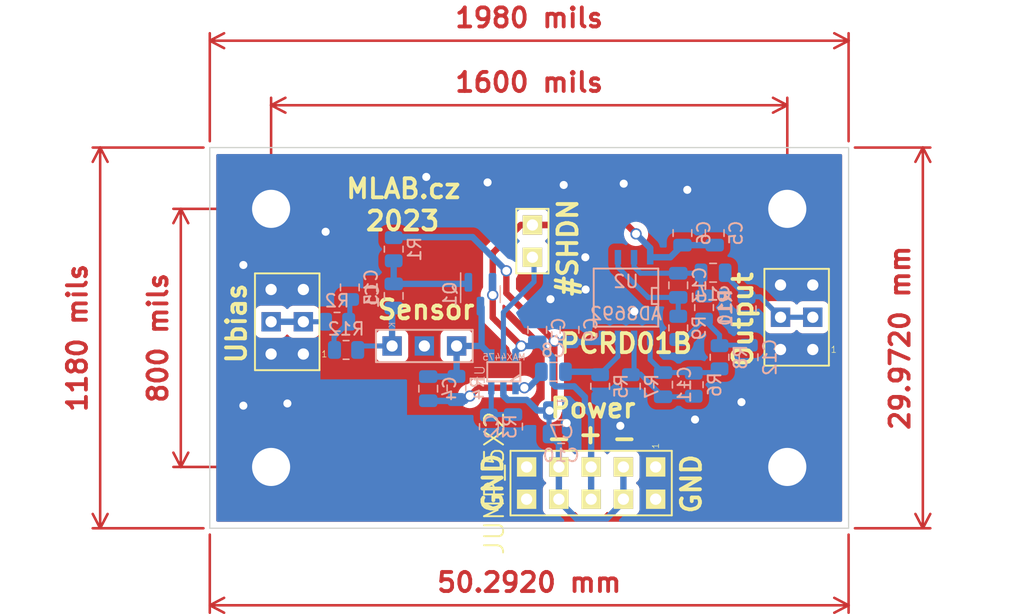
<source format=kicad_pcb>
(kicad_pcb (version 20211014) (generator pcbnew)
  (title_block (title "PCRD01A") (rev "01A") (company "www.mlab.cz"))
  (layers (0 "F.Cu" signal) (31 "B.Cu" signal) (34 "B.Paste" user) (35 "F.Paste" user) (36 "B.SilkS" user "B.Silkscreen") (37 "F.SilkS" user "F.Silkscreen") (38 "B.Mask" user) (39 "F.Mask" user) (44 "Edge.Cuts" user))
  (net 0 "")
  (net 1 "Net-(C1-Pad1)")
  (net 2 "Net-(C2-Pad1)")
  (net 3 "GND")
  (net 4 "V+")
  (net 5 "Net-(C4-Pad1)")
  (net 6 "V-")
  (net 7 "Net-(C8-Pad1)")
  (net 8 "Net-(C11-Pad1)")
  (net 9 "Net-(C11-Pad2)")
  (net 10 "Net-(C12-Pad2)")
  (net 11 "Net-(C13-Pad1)")
  (net 12 "Net-(C13-Pad2)")
  (net 13 "Net-(C14-Pad2)")
  (net 14 "/#SHDN")
  (net 15 "/+Ubias")
  (net 16 "/K")
  (net 17 "/A")
  (net 18 "Net-(C15-Pad1)")
  (footprint "Mlab_Pin_Headers:Straight_2x03" (layer "F.Cu") (at 139.188 88.169 180)
    (fp_text reference "J1" hide)
    (fp_text value "JUMP_3X2" hide)
    (fp_text user "1" (at -2.921 -2.54) (layer "F.SilkS") (effects (font (size 0.5 0.5) (thickness 0.05))))
    (fp_line (start -2.54 -3.81) (end 2.54 -3.81) (layer "F.SilkS") (width 0.15))
    (fp_line (start 2.54 3.81) (end -2.54 3.81) (layer "F.SilkS") (width 0.15))
    (fp_line (start -2.54 3.81) (end -2.54 -3.81) (layer "F.SilkS") (width 0.15))
    (fp_line (start 2.54 -3.81) (end 2.54 3.81) (layer "F.SilkS") (width 0.15))
    (pad "1" thru_hole rect (at -1.27 -2.54 180) (size 1.524 1.524) (drill 0.889) (layers *.Cu *.Mask) (net 3 "GND"))
    (pad "2" thru_hole rect (at 1.27 -2.54 180) (size 1.524 1.524) (drill 0.889) (layers *.Cu *.Mask) (net 3 "GND"))
    (pad "3" thru_hole rect (at -1.27 0 180) (size 1.524 1.524) (drill 0.889) (layers *.Cu *.Mask) (net 15 "/+Ubias"))
    (pad "4" thru_hole rect (at 1.27 0 180) (size 1.524 1.524) (drill 0.889) (layers *.Cu *.Mask) (net 15 "/+Ubias"))
    (pad "5" thru_hole rect (at -1.27 2.54 180) (size 1.524 1.524) (drill 0.889) (layers *.Cu *.Mask) (net 3 "GND"))
    (pad "6" thru_hole rect (at 1.27 2.54 180) (size 1.524 1.524) (drill 0.889) (layers *.Cu *.Mask) (net 3 "GND"))
  )
  (footprint "Mlab_Pin_Headers:Straight_2x05" (layer "F.Cu") (at 163.1148 100.869 -90)
    (fp_text reference "J2" hide)
    (fp_text value "JUMP_5X2" (at 0 7.62 90) (layer "F.SilkS") (effects (font (size 1.5 1.5))))
    (fp_text user "1" (at -2.921 -5.08 90) (layer "F.SilkS") (effects (font (size 0.5 0.5) (thickness 0.05))))
    (fp_line (start -2.54 6.35) (end -2.54 -6.35) (layer "F.SilkS") (width 0.15))
    (fp_line (start -2.54 -6.35) (end 2.54 -6.35) (layer "F.SilkS") (width 0.15))
    (fp_line (start 2.54 6.35) (end -2.54 6.35) (layer "F.SilkS") (width 0.15))
    (fp_line (start 2.54 -6.35) (end 2.54 6.35) (layer "F.SilkS") (width 0.15))
    (pad "1" thru_hole rect (at -1.27 -5.08 270) (size 1.524 1.524) (drill 0.889) (layers *.Cu *.Mask "F.SilkS") (net 3 "GND"))
    (pad "2" thru_hole rect (at 1.27 -5.08 270) (size 1.524 1.524) (drill 0.889) (layers *.Cu *.Mask "F.SilkS") (net 3 "GND"))
    (pad "3" thru_hole rect (at -1.27 -2.54 270) (size 1.524 1.524) (drill 0.889) (layers *.Cu *.Mask "F.SilkS") (net 6 "V-"))
    (pad "4" thru_hole rect (at 1.27 -2.54 270) (size 1.524 1.524) (drill 0.889) (layers *.Cu *.Mask "F.SilkS") (net 6 "V-"))
    (pad "5" thru_hole rect (at -1.27 0 270) (size 1.524 1.524) (drill 0.889) (layers *.Cu *.Mask "F.SilkS") (net 4 "V+"))
    (pad "6" thru_hole rect (at 1.27 0 270) (size 1.524 1.524) (drill 0.889) (layers *.Cu *.Mask "F.SilkS") (net 4 "V+"))
    (pad "7" thru_hole rect (at -1.27 2.54 270) (size 1.524 1.524) (drill 0.889) (layers *.Cu *.Mask "F.SilkS") (net 6 "V-"))
    (pad "8" thru_hole rect (at 1.27 2.54 270) (size 1.524 1.524) (drill 0.889) (layers *.Cu *.Mask "F.SilkS") (net 6 "V-"))
    (pad "9" thru_hole rect (at -1.27 5.08 270) (size 1.524 1.524) (drill 0.889) (layers *.Cu *.Mask "F.SilkS") (net 3 "GND"))
    (pad "10" thru_hole rect (at 1.27 5.08 270) (size 1.524 1.524) (drill 0.889) (layers *.Cu *.Mask "F.SilkS") (net 3 "GND"))
  )
  (footprint "Mlab_Pin_Headers:Straight_2x03" (layer "F.Cu") (at 179.2946 87.8134 180)
    (fp_text reference "J5" hide)
    (fp_text value "Out" hide)
    (fp_text user "1" (at -2.921 -2.54) (layer "F.SilkS") (effects (font (size 0.5 0.5) (thickness 0.05))))
    (fp_line (start 2.54 -3.81) (end 2.54 3.81) (layer "F.SilkS") (width 0.15))
    (fp_line (start -2.54 3.81) (end -2.54 -3.81) (layer "F.SilkS") (width 0.15))
    (fp_line (start 2.54 3.81) (end -2.54 3.81) (layer "F.SilkS") (width 0.15))
    (fp_line (start -2.54 -3.81) (end 2.54 -3.81) (layer "F.SilkS") (width 0.15))
    (pad "1" thru_hole rect (at -1.27 -2.54 180) (size 1.524 1.524) (drill 0.889) (layers *.Cu *.Mask) (net 3 "GND"))
    (pad "2" thru_hole rect (at 1.27 -2.54 180) (size 1.524 1.524) (drill 0.889) (layers *.Cu *.Mask) (net 3 "GND"))
    (pad "3" thru_hole rect (at -1.27 0 180) (size 1.524 1.524) (drill 0.889) (layers *.Cu *.Mask) (net 13 "Net-(C14-Pad2)"))
    (pad "4" thru_hole rect (at 1.27 0 180) (size 1.524 1.524) (drill 0.889) (layers *.Cu *.Mask) (net 13 "Net-(C14-Pad2)"))
    (pad "5" thru_hole rect (at -1.27 2.54 180) (size 1.524 1.524) (drill 0.889) (layers *.Cu *.Mask) (net 3 "GND"))
    (pad "6" thru_hole rect (at 1.27 2.54 180) (size 1.524 1.524) (drill 0.889) (layers *.Cu *.Mask) (net 3 "GND"))
  )
  (footprint "Dira:MountingHole_3mm" (layer "F.Cu") (at 137.918 99.599)
    (fp_text reference "P4" hide)
    (fp_text value "_" hide)
    (pad "1" thru_hole circle locked (at 0 0) (size 6 6) (drill 3) (layers *.Cu *.Adhes *.Mask) (net 3 "GND") (clearance 1))
  )
  (footprint "Dira:MountingHole_3mm" (layer "F.Cu") (at 137.918 79.279)
    (fp_text reference "P3" hide)
    (fp_text value "_" hide)
    (pad "1" thru_hole circle locked (at 0 0) (size 6 6) (drill 3) (layers *.Cu *.Adhes *.Mask) (net 3 "GND") (clearance 1))
  )
  (footprint "Dira:MountingHole_3mm" (layer "F.Cu") (at 178.558 99.599)
    (fp_text reference "P1" hide)
    (fp_text value "_" hide)
    (pad "1" thru_hole circle locked (at 0 0) (size 6 6) (drill 3) (layers *.Cu *.Adhes *.Mask) (net 3 "GND") (clearance 1))
  )
  (footprint "Dira:MountingHole_3mm" (layer "F.Cu") (at 178.558 79.279)
    (fp_text reference "P2" hide)
    (fp_text value "_" hide)
    (pad "1" thru_hole circle locked (at 0 0) (size 6 6) (drill 3) (layers *.Cu *.Adhes *.Mask) (net 3 "GND") (clearance 1))
  )
  (footprint "Mlab_Pin_Headers:Straight_1x02" (layer "F.Cu") (at 158.492 81.819 180)
    (fp_text reference "J4" hide)
    (fp_text value "CONN1_2" hide)
    (fp_line (start -1.27 -2.54) (end 1.27 -2.54) (layer "F.SilkS") (width 0.15))
    (fp_line (start 1.27 -2.54) (end 1.27 2.54) (layer "F.SilkS") (width 0.15))
    (fp_line (start 1.27 2.54) (end -1.27 2.54) (layer "F.SilkS") (width 0.15))
    (fp_line (start -1.27 2.54) (end -1.27 -2.54) (layer "F.SilkS") (width 0.15))
    (pad "1" thru_hole rect (at 0 -1.27 180) (size 1.524 1.524) (drill 0.889) (layers *.Cu *.Mask "F.SilkS") (net 14 "/#SHDN"))
    (pad "2" thru_hole rect (at 0 1.27 180) (size 1.524 1.524) (drill 0.889) (layers *.Cu *.Mask "F.SilkS") (net 4 "V+"))
  )
  (footprint "Capacitor_SMD:C_0805_2012Metric" (layer "B.Cu") (at 147.57 86.137 -90)
    (fp_text reference "C1" (at 0 1.68 90) (layer "B.SilkS") (effects (justify mirror)))
    (fp_text value "4u7")
    (fp_line (start -0.261252 0.735) (end 0.261252 0.735) (layer "B.SilkS") (width 0.12))
    (fp_line (start -0.261252 -0.735) (end 0.261252 -0.735) (layer "B.SilkS") (width 0.12))
    (pad "1" smd roundrect (at -0.95 0 270) (size 1 1.45) (layers "B.Cu" "B.Paste" "B.Mask") (net 1 "Net-(C1-Pad1)"))
    (pad "2" smd roundrect (at 0.95 0 270) (size 1 1.45) (layers "B.Cu" "B.Paste" "B.Mask") (net 16 "/K"))
  )
  (footprint "Capacitor_SMD:C_0805_2012Metric" (layer "B.Cu") (at 156.968 96.424 -90)
    (fp_text reference "C2" (at 0 1.68 90) (layer "B.SilkS") (effects (justify mirror)))
    (fp_text value "12p")
    (fp_line (start -0.261252 -0.735) (end 0.261252 -0.735) (layer "B.SilkS") (width 0.12))
    (fp_line (start -0.261252 0.735) (end 0.261252 0.735) (layer "B.SilkS") (width 0.12))
    (pad "1" smd roundrect (at -0.95 0 270) (size 1 1.45) (layers "B.Cu" "B.Paste" "B.Mask") (net 2 "Net-(C2-Pad1)"))
    (pad "2" smd roundrect (at 0.95 0 270) (size 1 1.45) (layers "B.Cu" "B.Paste" "B.Mask") (net 3 "GND"))
  )
  (footprint "Capacitor_SMD:C_0805_2012Metric" (layer "B.Cu") (at 158.873 88.804 90)
    (fp_text reference "C3" (at 0 1.68 270) (layer "B.SilkS") (effects (justify mirror)))
    (fp_text value "100nF")
    (fp_line (start -0.261252 0.735) (end 0.261252 0.735) (layer "B.SilkS") (width 0.12))
    (fp_line (start -0.261252 -0.735) (end 0.261252 -0.735) (layer "B.SilkS") (width 0.12))
    (pad "1" smd roundrect (at -0.95 0 90) (size 1 1.45) (layers "B.Cu" "B.Paste" "B.Mask") (net 4 "V+"))
    (pad "2" smd roundrect (at 0.95 0 90) (size 1 1.45) (layers "B.Cu" "B.Paste" "B.Mask") (net 3 "GND"))
  )
  (footprint "Capacitor_SMD:C_0805_2012Metric" (layer "B.Cu") (at 172.843 81.184 90)
    (fp_text reference "C5" (at 0 1.68 270) (layer "B.SilkS") (effects (justify mirror)))
    (fp_text value "100nF")
    (fp_line (start -0.261252 -0.735) (end 0.261252 -0.735) (layer "B.SilkS") (width 0.12))
    (fp_line (start -0.261252 0.735) (end 0.261252 0.735) (layer "B.SilkS") (width 0.12))
    (pad "1" smd roundrect (at -0.95 0 90) (size 1 1.45) (layers "B.Cu" "B.Paste" "B.Mask") (net 4 "V+"))
    (pad "2" smd roundrect (at 0.95 0 90) (size 1 1.45) (layers "B.Cu" "B.Paste" "B.Mask") (net 3 "GND"))
  )
  (footprint "Capacitor_SMD:C_0805_2012Metric" (layer "B.Cu") (at 170.303 81.184 90)
    (fp_text reference "C6" (at 0 1.68 270) (layer "B.SilkS") (effects (justify mirror)))
    (fp_text value "10uF")
    (fp_line (start -0.261252 0.735) (end 0.261252 0.735) (layer "B.SilkS") (width 0.12))
    (fp_line (start -0.261252 -0.735) (end 0.261252 -0.735) (layer "B.SilkS") (width 0.12))
    (pad "1" smd roundrect (at -0.95 0 90) (size 1 1.45) (layers "B.Cu" "B.Paste" "B.Mask") (net 4 "V+"))
    (pad "2" smd roundrect (at 0.95 0 90) (size 1 1.45) (layers "B.Cu" "B.Paste" "B.Mask") (net 3 "GND"))
  )
  (footprint "Capacitor_SMD:C_0805_2012Metric" (layer "B.Cu") (at 160.7526 97.0082)
    (fp_text reference "C10" (at 0 1.68 180) (layer "B.SilkS") (effects (justify mirror)))
    (fp_text value "10uF")
    (fp_line (start -0.261252 0.735) (end 0.261252 0.735) (layer "B.SilkS") (width 0.12))
    (fp_line (start -0.261252 -0.735) (end 0.261252 -0.735) (layer "B.SilkS") (width 0.12))
    (pad "1" smd roundrect (at -0.95 0) (size 1 1.45) (layers "B.Cu" "B.Paste" "B.Mask") (net 6 "V-"))
    (pad "2" smd roundrect (at 0.95 0) (size 1 1.45) (layers "B.Cu" "B.Paste" "B.Mask") (net 3 "GND"))
  )
  (footprint "Capacitor_SMD:C_0805_2012Metric" (layer "B.Cu") (at 175.51 90.963 90)
    (fp_text reference "C12" (at 0 1.68 270) (layer "B.SilkS") (effects (justify mirror)))
    (fp_text value "560pF")
    (fp_line (start -0.261252 0.735) (end 0.261252 0.735) (layer "B.SilkS") (width 0.12))
    (fp_line (start -0.261252 -0.735) (end 0.261252 -0.735) (layer "B.SilkS") (width 0.12))
    (pad "1" smd roundrect (at -0.95 0 90) (size 1 1.45) (layers "B.Cu" "B.Paste" "B.Mask") (net 3 "GND"))
    (pad "2" smd roundrect (at 0.95 0 90) (size 1 1.45) (layers "B.Cu" "B.Paste" "B.Mask") (net 10 "Net-(C12-Pad2)"))
  )
  (footprint "Capacitor_SMD:C_0805_2012Metric" (layer "B.Cu") (at 172.716 84.3082)
    (fp_text reference "C14" (at 0 1.68 180) (layer "B.SilkS") (effects (justify mirror)))
    (fp_text value "330nF")
    (fp_line (start -0.261252 0.735) (end 0.261252 0.735) (layer "B.SilkS") (width 0.12))
    (fp_line (start -0.261252 -0.735) (end 0.261252 -0.735) (layer "B.SilkS") (width 0.12))
    (pad "1" smd roundrect (at -0.95 0) (size 1 1.45) (layers "B.Cu" "B.Paste" "B.Mask") (net 12 "Net-(C13-Pad2)"))
    (pad "2" smd roundrect (at 0.95 0) (size 1 1.45) (layers "B.Cu" "B.Paste" "B.Mask") (net 13 "Net-(C14-Pad2)"))
  )
  (footprint "Resistor_SMD:R_0805_2012Metric" (layer "B.Cu") (at 147.57 82.454 90)
    (fp_text reference "R1" (at 0 1.65 270) (layer "B.SilkS") (effects (justify mirror)))
    (fp_text value "4k7")
    (fp_line (start -0.227064 -0.735) (end 0.227064 -0.735) (layer "B.SilkS") (width 0.12))
    (fp_line (start -0.227064 0.735) (end 0.227064 0.735) (layer "B.SilkS") (width 0.12))
    (pad "1" smd roundrect (at -0.9125 0 90) (size 1.025 1.4) (layers "B.Cu" "B.Paste" "B.Mask") (roundrect_rratio 0.243902) (net 1 "Net-(C1-Pad1)"))
    (pad "2" smd roundrect (at 0.9125 0 90) (size 1.025 1.4) (layers "B.Cu" "B.Paste" "B.Mask") (roundrect_rratio 0.243902) (net 6 "V-"))
  )
  (footprint "Resistor_SMD:R_0805_2012Metric" (layer "B.Cu") (at 143.1123 88.169 180)
    (fp_text reference "R2" (at 0 1.65) (layer "B.SilkS") (effects (justify mirror)))
    (fp_text value "4k7")
    (fp_line (start -0.227064 -0.735) (end 0.227064 -0.735) (layer "B.SilkS") (width 0.12))
    (fp_line (start -0.227064 0.735) (end 0.227064 0.735) (layer "B.SilkS") (width 0.12))
    (pad "1" smd roundrect (at -0.9125 0 180) (size 1.025 1.4) (layers "B.Cu" "B.Paste" "B.Mask") (roundrect_rratio 0.243902) (net 18 "Net-(C15-Pad1)"))
    (pad "2" smd roundrect (at 0.9125 0 180) (size 1.025 1.4) (layers "B.Cu" "B.Paste" "B.Mask") (roundrect_rratio 0.243902) (net 15 "/+Ubias"))
  )
  (footprint "Resistor_SMD:R_0805_2012Metric" (layer "B.Cu") (at 163.826 93.249 90)
    (fp_text reference "R5" (at 0 1.65 270) (layer "B.SilkS") (effects (justify mirror)))
    (fp_text value "3k3")
    (fp_line (start -0.227064 0.735) (end 0.227064 0.735) (layer "B.SilkS") (width 0.12))
    (fp_line (start -0.227064 -0.735) (end 0.227064 -0.735) (layer "B.SilkS") (width 0.12))
    (pad "1" smd roundrect (at -0.9125 0 90) (size 1.025 1.4) (layers "B.Cu" "B.Paste" "B.Mask") (roundrect_rratio 0.243902) (net 3 "GND"))
    (pad "2" smd roundrect (at 0.9125 0 90) (size 1.025 1.4) (layers "B.Cu" "B.Paste" "B.Mask") (roundrect_rratio 0.243902) (net 7 "Net-(C8-Pad1)"))
  )
  (footprint "Resistor_SMD:R_0805_2012Metric" (layer "B.Cu") (at 171.192 93.122 90)
    (fp_text reference "R6" (at 0 1.65 270) (layer "B.SilkS") (effects (justify mirror)))
    (fp_text value "10k")
    (fp_line (start -0.227064 -0.735) (end 0.227064 -0.735) (layer "B.SilkS") (width 0.12))
    (fp_line (start -0.227064 0.735) (end 0.227064 0.735) (layer "B.SilkS") (width 0.12))
    (pad "1" smd roundrect (at -0.9125 0 90) (size 1.025 1.4) (layers "B.Cu" "B.Paste" "B.Mask") (roundrect_rratio 0.243902) (net 8 "Net-(C11-Pad1)"))
    (pad "2" smd roundrect (at 0.9125 0 90) (size 1.025 1.4) (layers "B.Cu" "B.Paste" "B.Mask") (roundrect_rratio 0.243902) (net 9 "Net-(C11-Pad2)"))
  )
  (footprint "Resistor_SMD:R_0805_2012Metric" (layer "B.Cu") (at 166.239 93.249 90)
    (fp_text reference "R7" (at 0 1.65 270) (layer "B.SilkS") (effects (justify mirror)))
    (fp_text value "1k5")
    (fp_line (start -0.227064 0.735) (end 0.227064 0.735) (layer "B.SilkS") (width 0.12))
    (fp_line (start -0.227064 -0.735) (end 0.227064 -0.735) (layer "B.SilkS") (width 0.12))
    (pad "1" smd roundrect (at -0.9125 0 90) (size 1.025 1.4) (layers "B.Cu" "B.Paste" "B.Mask") (roundrect_rratio 0.243902) (net 3 "GND"))
    (pad "2" smd roundrect (at 0.9125 0 90) (size 1.025 1.4) (layers "B.Cu" "B.Paste" "B.Mask") (roundrect_rratio 0.243902) (net 8 "Net-(C11-Pad1)"))
  )
  (footprint "Resistor_SMD:R_0805_2012Metric" (layer "B.Cu") (at 173.224 90.963 90)
    (fp_text reference "R8" (at 0 1.65 270) (layer "B.SilkS") (effects (justify mirror)))
    (fp_text value "2k")
    (fp_line (start -0.227064 -0.735) (end 0.227064 -0.735) (layer "B.SilkS") (width 0.12))
    (fp_line (start -0.227064 0.735) (end 0.227064 0.735) (layer "B.SilkS") (width 0.12))
    (pad "1" smd roundrect locked (at -0.9125 0 90) (size 1.025 1.4) (layers "B.Cu" "B.Paste" "B.Mask") (roundrect_rratio 0.243902) (net 9 "Net-(C11-Pad2)"))
    (pad "2" smd roundrect locked (at 0.9125 0 90) (size 1.025 1.4) (layers "B.Cu" "B.Paste" "B.Mask") (roundrect_rratio 0.243902) (net 10 "Net-(C12-Pad2)"))
  )
  (footprint "Resistor_SMD:R_0805_2012Metric" (layer "B.Cu") (at 169.9728 88.6516 90)
    (fp_text reference "R9" (at 0 1.65 270) (layer "B.SilkS") (effects (justify mirror)))
    (fp_text value "2k")
    (fp_line (start -0.227064 0.735) (end 0.227064 0.735) (layer "B.SilkS") (width 0.12))
    (fp_line (start -0.227064 -0.735) (end 0.227064 -0.735) (layer "B.SilkS") (width 0.12))
    (pad "1" smd roundrect (at -0.9125 0 90) (size 1.025 1.4) (layers "B.Cu" "B.Paste" "B.Mask") (roundrect_rratio 0.243902) (net 10 "Net-(C12-Pad2)"))
    (pad "2" smd roundrect (at 0.9125 0 90) (size 1.025 1.4) (layers "B.Cu" "B.Paste" "B.Mask") (roundrect_rratio 0.243902) (net 11 "Net-(C13-Pad1)"))
  )
  (footprint "Resistor_SMD:R_0805_2012Metric" (layer "B.Cu") (at 175.3576 87.153 -90)
    (fp_text reference "R11" (at 0 1.65 90) (layer "B.SilkS") (effects (justify mirror)))
    (fp_text value "10k")
    (fp_line (start -0.227064 -0.735) (end 0.227064 -0.735) (layer "B.SilkS") (width 0.12))
    (fp_line (start -0.227064 0.735) (end 0.227064 0.735) (layer "B.SilkS") (width 0.12))
    (pad "1" smd roundrect (at -0.9125 0 270) (size 1.025 1.4) (layers "B.Cu" "B.Paste" "B.Mask") (roundrect_rratio 0.243902) (net 13 "Net-(C14-Pad2)"))
    (pad "2" smd roundrect (at 0.9125 0 270) (size 1.025 1.4) (layers "B.Cu" "B.Paste" "B.Mask") (roundrect_rratio 0.243902) (net 3 "GND"))
  )
  (footprint "Capacitor_SMD:C_0805_2012Metric" (layer "B.Cu") (at 168.779 93.122 90)
    (fp_text reference "C11" (at 0 1.68 270) (layer "B.SilkS") (effects (justify mirror)))
    (fp_text value "510pF")
    (fp_line (start -0.261252 0.735) (end 0.261252 0.735) (layer "B.SilkS") (width 0.12))
    (fp_line (start -0.261252 -0.735) (end 0.261252 -0.735) (layer "B.SilkS") (width 0.12))
    (pad "1" smd roundrect (at -0.95 0 90) (size 1 1.45) (layers "B.Cu" "B.Paste" "B.Mask") (net 8 "Net-(C11-Pad1)"))
    (pad "2" smd roundrect (at 0.95 0 90) (size 1 1.45) (layers "B.Cu" "B.Paste" "B.Mask") (net 9 "Net-(C11-Pad2)"))
  )
  (footprint "Capacitor_SMD:C_0805_2012Metric" (layer "B.Cu") (at 150.287569 93.435069 90)
    (fp_text reference "C4" (at 0 1.68 270) (layer "B.SilkS") (effects (justify mirror)))
    (fp_text value "1pF/NP0 251R15S1R0AV4E")
    (fp_line (start -0.261252 -0.735) (end 0.261252 -0.735) (layer "B.SilkS") (width 0.12))
    (fp_line (start -0.261252 0.735) (end 0.261252 0.735) (layer "B.SilkS") (width 0.12))
    (pad "1" smd roundrect (at -0.95 0 90) (size 1 1.45) (layers "B.Cu" "B.Paste" "B.Mask") (net 5 "Net-(C4-Pad1)"))
    (pad "2" smd roundrect (at 0.95 0 90) (size 1 1.45) (layers "B.Cu" "B.Paste" "B.Mask") (net 17 "/A"))
  )
  (footprint "Mlab_Pin_Headers:Straight_1x03" (layer "B.Cu") (at 149.983 90.074 -90)
    (fp_text reference "J3" hide)
    (fp_text value "HEADER_1x03" hide)
    (fp_text user "K" (at -1.651 2.54 90) (layer "B.SilkS") (effects (font (size 0.5 0.5) (thickness 0.05)) (justify mirror)))
    (fp_line (start 1.27 -3.81) (end -1.27 -3.81) (layer "B.SilkS") (width 0.15))
    (fp_line (start 1.27 3.81) (end 1.27 -3.81) (layer "B.SilkS") (width 0.15))
    (fp_line (start -1.27 -3.81) (end -1.27 3.81) (layer "B.SilkS") (width 0.15))
    (fp_line (start -1.27 3.81) (end 1.27 3.81) (layer "B.SilkS") (width 0.15))
    (pad "1" thru_hole rect (at 0 2.54 270) (size 1.524 1.524) (drill 0.889) (layers *.Cu *.Mask) (net 16 "/K"))
    (pad "2" thru_hole rect (at 0 0 270) (size 1.524 1.524) (drill 0.889) (layers *.Cu *.Mask) (net 3 "GND"))
    (pad "3" thru_hole rect (at 0 -2.54 270) (size 1.524 1.524) (drill 0.889) (layers *.Cu *.Mask) (net 17 "/A"))
  )
  (footprint "Capacitor_SMD:C_0805_2012Metric" (layer "B.Cu") (at 161.413 88.804 90)
    (fp_text reference "C9" (at 0 1.68 270) (layer "B.SilkS") (effects (justify mirror)))
    (fp_text value "100nF")
    (fp_line (start -0.261252 0.735) (end 0.261252 0.735) (layer "B.SilkS") (width 0.12))
    (fp_line (start -0.261252 -0.735) (end 0.261252 -0.735) (layer "B.SilkS") (width 0.12))
    (pad "1" smd roundrect (at -0.95 0 90) (size 1 1.45) (layers "B.Cu" "B.Paste" "B.Mask") (net 6 "V-"))
    (pad "2" smd roundrect (at 0.95 0 90) (size 1 1.45) (layers "B.Cu" "B.Paste" "B.Mask") (net 3 "GND"))
  )
  (footprint "Capacitor_SMD:C_0805_2012Metric" (layer "B.Cu") (at 160.143 92.106 180)
    (fp_text reference "C8" (at 0 1.68) (layer "B.SilkS") (effects (justify mirror)))
    (fp_text value "330nF")
    (fp_line (start -0.261252 -0.735) (end 0.261252 -0.735) (layer "B.SilkS") (width 0.12))
    (fp_line (start -0.261252 0.735) (end 0.261252 0.735) (layer "B.SilkS") (width 0.12))
    (pad "1" smd roundrect (at -0.95 0 180) (size 1 1.45) (layers "B.Cu" "B.Paste" "B.Mask") (net 7 "Net-(C8-Pad1)"))
    (pad "2" smd roundrect (at 0.95 0 180) (size 1 1.45) (layers "B.Cu" "B.Paste" "B.Mask") (net 5 "Net-(C4-Pad1)"))
  )
  (footprint "Capacitor_SMD:C_0805_2012Metric" (layer "B.Cu") (at 169.9728 85.2988 90)
    (fp_text reference "C13" (at 0 1.68 270) (layer "B.SilkS") (effects (justify mirror)))
    (fp_text value "150pF")
    (fp_line (start -0.261252 -0.735) (end 0.261252 -0.735) (layer "B.SilkS") (width 0.12))
    (fp_line (start -0.261252 0.735) (end 0.261252 0.735) (layer "B.SilkS") (width 0.12))
    (pad "1" smd roundrect (at -0.95 0 90) (size 1 1.45) (layers "B.Cu" "B.Paste" "B.Mask") (net 11 "Net-(C13-Pad1)"))
    (pad "2" smd roundrect (at 0.95 0 90) (size 1 1.45) (layers "B.Cu" "B.Paste" "B.Mask") (net 12 "Net-(C13-Pad2)"))
  )
  (footprint "Resistor_SMD:R_0805_2012Metric" (layer "B.Cu") (at 172.0048 87.0514 90)
    (fp_text reference "R10" (at 0 1.65 270) (layer "B.SilkS") (effects (justify mirror)))
    (fp_text value "3k9")
    (fp_line (start -0.227064 -0.735) (end 0.227064 -0.735) (layer "B.SilkS") (width 0.12))
    (fp_line (start -0.227064 0.735) (end 0.227064 0.735) (layer "B.SilkS") (width 0.12))
    (pad "1" smd roundrect (at -0.9125 0 90) (size 1.025 1.4) (layers "B.Cu" "B.Paste" "B.Mask") (roundrect_rratio 0.243902) (net 10 "Net-(C12-Pad2)"))
    (pad "2" smd roundrect (at 0.9125 0 90) (size 1.025 1.4) (layers "B.Cu" "B.Paste" "B.Mask") (roundrect_rratio 0.243902) (net 12 "Net-(C13-Pad2)"))
  )
  (footprint "Capacitor_SMD:C_0805_2012Metric" (layer "B.Cu") (at 160.778 95.154)
    (fp_text reference "C7" (at 0 1.68 180) (layer "B.SilkS") (effects (justify mirror)))
    (fp_text value "100nF")
    (fp_line (start -0.261252 -0.735) (end 0.261252 -0.735) (layer "B.SilkS") (width 0.12))
    (fp_line (start -0.261252 0.735) (end 0.261252 0.735) (layer "B.SilkS") (width 0.12))
    (pad "1" smd roundrect (at -0.95 0) (size 1 1.45) (layers "B.Cu" "B.Paste" "B.Mask") (net 6 "V-"))
    (pad "2" smd roundrect (at 0.95 0) (size 1 1.45) (layers "B.Cu" "B.Paste" "B.Mask") (net 3 "GND"))
  )
  (footprint "SMD_Packages:SOIC-8-N" (layer "B.Cu") (at 165.858 86.264 180)
    (fp_text reference "U2" (at 0 1.27 180) (layer "B.SilkS") (effects (justify mirror)))
    (fp_text value "AD8692" (at 0 -1.27 180) (layer "B.SilkS") (effects (justify mirror)))
    (fp_line (start -2.54 -2.286) (end -2.54 2.286) (layer "B.SilkS") (width 0.15))
    (fp_line (start -2.54 2.286) (end 2.54 2.286) (layer "B.SilkS") (width 0.15))
    (fp_line (start 2.54 2.286) (end 2.54 -2.286) (layer "B.SilkS") (width 0.15))
    (fp_line (start -2.032 0.762) (end -2.032 -0.508) (layer "B.SilkS") (width 0.15))
    (fp_line (start -2.54 0.762) (end -2.032 0.762) (layer "B.SilkS") (width 0.15))
    (fp_line (start -2.032 -0.508) (end -2.54 -0.508) (layer "B.SilkS") (width 0.15))
    (fp_line (start 2.54 -2.286) (end -2.54 -2.286) (layer "B.SilkS") (width 0.15))
    (pad "1" smd rect locked (at -1.905 -3.175 180) (size 0.508 1.143) (layers "B.Cu" "B.Paste" "B.Mask") (net 9 "Net-(C11-Pad2)"))
    (pad "2" smd rect locked (at -0.635 -3.175 180) (size 0.508 1.143) (layers "B.Cu" "B.Paste" "B.Mask") (net 8 "Net-(C11-Pad1)"))
    (pad "3" smd rect locked (at 0.635 -3.175 180) (size 0.508 1.143) (layers "B.Cu" "B.Paste" "B.Mask") (net 7 "Net-(C8-Pad1)"))
    (pad "4" smd rect locked (at 1.905 -3.175 180) (size 0.508 1.143) (layers "B.Cu" "B.Paste" "B.Mask") (net 6 "V-"))
    (pad "5" smd rect locked (at 1.905 3.175 180) (size 0.508 1.143) (layers "B.Cu" "B.Paste" "B.Mask") (net 3 "GND"))
    (pad "6" smd rect locked (at 0.635 3.175 180) (size 0.508 1.143) (layers "B.Cu" "B.Paste" "B.Mask") (net 11 "Net-(C13-Pad1)"))
    (pad "7" smd rect locked (at -0.635 3.175 180) (size 0.508 1.143) (layers "B.Cu" "B.Paste" "B.Mask") (net 12 "Net-(C13-Pad2)"))
    (pad "8" smd rect locked (at -1.905 3.175 180) (size 0.508 1.143) (layers "B.Cu" "B.Paste" "B.Mask") (net 4 "V+"))
  )
  (footprint "MLAB_IO:SOT-23-6" (layer "B.Cu") (at 156.206 92.106 180)
    (fp_text reference "U1" (at 1.856 -0.244 270) (layer "B.SilkS") (effects (font (size 0.762 0.762) (thickness 0.0762)) (justify mirror)))
    (fp_text value "MAX4475" (at -0.044 1.156 180) (layer "B.SilkS") (effects (font (size 0.50038 0.50038) (thickness 0.0762)) (justify mirror)))
    (fp_line (start -0.508 -0.762) (end -1.27 -0.254) (layer "B.SilkS") (width 0.15))
    (fp_line (start 1.27 -0.762) (end -1.3335 -0.762) (layer "B.SilkS") (width 0.15))
    (fp_line (start -1.3335 -0.762) (end -1.3335 0.762) (layer "B.SilkS") (width 0.15))
    (fp_line (start -1.3335 0.762) (end 1.27 0.762) (layer "B.SilkS") (width 0.15))
    (fp_line (start 1.27 0.762) (end 1.27 -0.762) (layer "B.SilkS") (width 0.15))
    (pad "1" smd rect locked (at -0.9525 -1.27 180) (size 0.5 1.00076) (layers "B.Cu" "B.Paste" "B.Mask") (net 5 "Net-(C4-Pad1)"))
    (pad "2" smd rect locked (at 0 -1.27 180) (size 0.5 1.00076) (layers "B.Cu" "B.Paste" "B.Mask") (net 6 "V-"))
    (pad "3" smd rect locked (at 0.9525 -1.27 180) (size 0.5 1.00076) (layers "B.Cu" "B.Paste" "B.Mask") (net 2 "Net-(C2-Pad1)"))
    (pad "4" smd rect locked (at 0.9525 1.27 180) (size 0.50104 1.00076) (layers "B.Cu" "B.Paste" "B.Mask") (net 17 "/A"))
    (pad "5" smd rect locked (at 0 1.27 180) (size 0.5 1.00076) (layers "B.Cu" "B.Paste" "B.Mask") (net 14 "/#SHDN"))
    (pad "6" smd rect locked (at -0.9525 1.27 180) (size 0.5 1.00076) (layers "B.Cu" "B.Paste" "B.Mask") (net 4 "V+"))
  )
  (footprint "Resistor_SMD:R_0805_2012Metric" (layer "B.Cu") (at 155.063 96.424 90)
    (fp_text reference "R3" (at 0 1.65 270) (layer "B.SilkS") (effects (justify mirror)))
    (fp_text value "2M")
    (fp_line (start -0.227064 0.735) (end 0.227064 0.735) (layer "B.SilkS") (width 0.12))
    (fp_line (start -0.227064 -0.735) (end 0.227064 -0.735) (layer "B.SilkS") (width 0.12))
    (pad "1" smd roundrect (at -0.9125 0 90) (size 1.025 1.4) (layers "B.Cu" "B.Paste" "B.Mask") (roundrect_rratio 0.243902) (net 3 "GND"))
    (pad "2" smd roundrect (at 0.9125 0 90) (size 1.025 1.4) (layers "B.Cu" "B.Paste" "B.Mask") (roundrect_rratio 0.243902) (net 2 "Net-(C2-Pad1)"))
  )
  (footprint "Package_TO_SOT_SMD:SOT-23" (layer "B.Cu") (at 154.4 86 -90)
    (fp_text reference "Q1" (at 0 2.4 90) (layer "B.SilkS") (effects (justify mirror)))
    (fp_text value "2SK2394-6")
    (fp_line (start 0 -1.56) (end -0.65 -1.56) (layer "B.SilkS") (width 0.12))
    (fp_line (start 0 1.56) (end -1.675 1.56) (layer "B.SilkS") (width 0.12))
    (fp_line (start 0 1.56) (end 0.65 1.56) (layer "B.SilkS") (width 0.12))
    (fp_line (start 0 -1.56) (end 0.65 -1.56) (layer "B.SilkS") (width 0.12))
    (pad "1" smd roundrect (at -0.9375 0.95 270) (size 1.475 0.6) (layers "B.Cu" "B.Paste" "B.Mask") (net 1 "Net-(C1-Pad1)"))
    (pad "2" smd roundrect (at -0.9375 -0.95 270) (size 1.475 0.6) (layers "B.Cu" "B.Paste" "B.Mask") (net 4 "V+"))
    (pad "3" smd roundrect (at 0.9375 0 270) (size 1.475 0.6) (layers "B.Cu" "B.Paste" "B.Mask") (net 17 "/A"))
  )
  (footprint "Resistor_SMD:R_0805_2012Metric" (layer "B.Cu") (at 152.510569 93.380069 90)
    (fp_text reference "R4" (at 0 1.65 270) (layer "B.SilkS") (effects (justify mirror)))
    (fp_text value "2M")
    (fp_line (start -0.227064 -0.735) (end 0.227064 -0.735) (layer "B.SilkS") (width 0.12))
    (fp_line (start -0.227064 0.735) (end 0.227064 0.735) (layer "B.SilkS") (width 0.12))
    (pad "1" smd roundrect (at -0.9125 0 90) (size 1.025 1.4) (layers "B.Cu" "B.Paste" "B.Mask") (roundrect_rratio 0.243902) (net 5 "Net-(C4-Pad1)"))
    (pad "2" smd roundrect (at 0.9125 0 90) (size 1.025 1.4) (layers "B.Cu" "B.Paste" "B.Mask") (roundrect_rratio 0.243902) (net 17 "/A"))
  )
  (footprint "Resistor_SMD:R_0805_2012Metric" (layer "B.Cu") (at 143.823 90.3865 180)
    (fp_text reference "R12" (at 0 1.65) (layer "B.SilkS") (effects (justify mirror)))
    (fp_text value "4k7")
    (fp_line (start -0.227064 0.735) (end 0.227064 0.735) (layer "B.SilkS") (width 0.12))
    (fp_line (start -0.227064 -0.735) (end 0.227064 -0.735) (layer "B.SilkS") (width 0.12))
    (pad "1" smd roundrect (at -0.9125 0 180) (size 1.025 1.4) (layers "B.Cu" "B.Paste" "B.Mask") (roundrect_rratio 0.243902) (net 16 "/K"))
    (pad "2" smd roundrect (at 0.9125 0 180) (size 1.025 1.4) (layers "B.Cu" "B.Paste" "B.Mask") (roundrect_rratio 0.243902) (net 18 "Net-(C15-Pad1)"))
  )
  (footprint "Capacitor_SMD:C_0805_2012Metric" (layer "B.Cu") (at 144.1156 85.4639 90)
    (fp_text reference "C15" (at 0 1.68 270) (layer "B.SilkS") (effects (justify mirror)))
    (fp_text value "1u")
    (fp_line (start -0.261252 -0.735) (end 0.261252 -0.735) (layer "B.SilkS") (width 0.12))
    (fp_line (start -0.261252 0.735) (end 0.261252 0.735) (layer "B.SilkS") (width 0.12))
    (pad "1" smd roundrect (at -0.95 0 90) (size 1 1.45) (layers "B.Cu" "B.Paste" "B.Mask") (net 18 "Net-(C15-Pad1)"))
    (pad "2" smd roundrect (at 0.95 0 90) (size 1 1.45) (layers "B.Cu" "B.Paste" "B.Mask") (net 3 "GND"))
  )
  (gr_line (start 183.384 74.453) (end 183.384 104.425) (layer "Edge.Cuts") (width 0.1))
  (gr_line (start 133.092 104.425) (end 133.092 74.453) (layer "Edge.Cuts") (width 0.1))
  (gr_line (start 133.092 104.425) (end 183.384 104.425) (layer "Edge.Cuts") (width 0.1))
  (gr_line (start 133.092 74.453) (end 183.384 74.453) (layer "Edge.Cuts") (width 0.1))
  (gr_text "Power" (at 163.2545 94.9635) (layer "F.SilkS") (effects (font (size 1.5 1.5) (thickness 0.3))))
  (gr_text "Output" (at 175.0655 87.9785 90) (layer "F.SilkS") (effects (font (size 1.5 1.5) (thickness 0.3))))
  (gr_text "GND" (at 171.0015 100.9325 90) (layer "F.SilkS") (effects (font (size 1.5 1.5) (thickness 0.3))))
  (gr_text "-" (at 165.731 97.313) (layer "F.SilkS") (effects (font (size 1.5 1.5) (thickness 0.3))))
  (gr_text "GND" (at 155.3805 100.869 90) (layer "F.SilkS") (effects (font (size 1.5 1.5) (thickness 0.3))))
  (gr_text "PCRD01B" (at 165.858 89.8835) (layer "F.SilkS") (effects (font (size 1.5 1.5) (thickness 0.3))))
  (gr_text "2023" (at 148.2685 80.2315) (layer "F.SilkS") (effects (font (size 1.5 1.5) (thickness 0.3))))
  (gr_text "+" (at 163.064 96.9955) (layer "F.SilkS") (effects (font (size 1.5 1.5) (thickness 0.3))))
  (gr_text "#SHDN" (at 161.286 82.327 90) (layer "F.SilkS") (effects (font (size 1.5 1.5) (thickness 0.3))))
  (gr_text "Ubias" (at 135.1875 88.296 90) (layer "F.SilkS") (effects (font (size 1.5 1.5) (thickness 0.3))))
  (gr_text "MLAB.cz" (at 148.332 77.6915) (layer "F.SilkS") (effects (font (size 1.5 1.5) (thickness 0.3))))
  (gr_text "Sensor" (at 150.11 87.2165) (layer "F.SilkS") (effects (font (size 1.5 1.5) (thickness 0.3))))
  (gr_text "-" (at 160.5875 97.313) (layer "F.SilkS") (effects (font (size 1.5 1.5) (thickness 0.3))))
  (dimension (type aligned) (layer "F.Cu") (pts (xy 137.918 79.279) (xy 178.558 79.279)) (height -8.159) (gr_text "1600 mils" (at 158.238 69.32) (layer "F.Cu") (effects (font (size 1.5 1.5) (thickness 0.3)))) (format (units 1) (units_format 1) (precision 4) suppress_zeroes) (style (thickness 0.2) (arrow_length 1.27) (text_position_mode 0) (extension_height 0.58642) (extension_offset 0.5) keep_text_aligned))
  (dimension (type aligned) (layer "F.Cu") (pts (xy 137.918 99.599) (xy 137.918 79.279)) (height -7.108) (gr_text "800 mils" (at 129.01 89.439 90) (layer "F.Cu") (effects (font (size 1.5 1.5) (thickness 0.3)))) (format (units 1) (units_format 1) (precision 4) suppress_zeroes) (style (thickness 0.2) (arrow_length 1.27) (text_position_mode 0) (extension_height 0.58642) (extension_offset 0.5) keep_text_aligned))
  (dimension (type aligned) (layer "F.Cu") (pts (xy 133.092 74.453) (xy 183.384 74.453)) (height -8.413) (gr_text "1980 mils" (at 158.238 64.24) (layer "F.Cu") (effects (font (size 1.5 1.5) (thickness 0.3)))) (format (units 1) (units_format 1) (precision 4) suppress_zeroes) (style (thickness 0.2) (arrow_length 1.27) (text_position_mode 0) (extension_height 0.58642) (extension_offset 0.5) keep_text_aligned))
  (dimension (type aligned) (layer "F.Cu") (pts (xy 133.092 104.425) (xy 133.092 74.453)) (height -8.632) (gr_text "1180 mils" (at 122.66 89.439 90) (layer "F.Cu") (effects (font (size 1.5 1.5) (thickness 0.3)))) (format (units 1) (units_format 1) (precision 4) suppress_zeroes) (style (thickness 0.2) (arrow_length 1.27) (text_position_mode 0) (extension_height 0.58642) (extension_offset 0.5) keep_text_aligned))
  (dimension (type aligned) (layer "F.Cu") (pts (xy 133.092 104.425) (xy 183.384 104.425)) (height 6.065) (gr_text "50,2920 mm" (at 158.238 108.69) (layer "F.Cu") (effects (font (size 1.5 1.5) (thickness 0.3)))) (format (units 2) (units_format 1) (precision 4)) (style (thickness 0.2) (arrow_length 1.27) (text_position_mode 0) (extension_height 0.58642) (extension_offset 0.5) keep_text_aligned))
  (dimension (type aligned) (layer "F.Cu") (pts (xy 183.384 104.425) (xy 183.384 74.453)) (height 5.846) (gr_text "29,9720 mm" (at 187.43 89.439 90) (layer "F.Cu") (effects (font (size 1.5 1.5) (thickness 0.3)))) (format (units 2) (units_format 1) (precision 4)) (style (thickness 0.2) (arrow_length 1.27) (text_position_mode 0) (extension_height 0.58642) (extension_offset 0.5) keep_text_aligned))
  (segment (start 147.57 85.1845) (end 153.4755 85.1845) (width 0.5) (layer "B.Cu") (net 1))
  (segment (start 147.57 85.1845) (end 147.57 83.4065) (width 0.5) (layer "B.Cu") (net 1))
  (segment (start 155.25 93.3795) (end 155.2535 93.376) (width 0.4) (layer "B.Cu") (net 2))
  (segment (start 156.968 95.4715) (end 155.063 95.4715) (width 0.4) (layer "B.Cu") (net 2))
  (segment (start 155.25 95.2845) (end 155.25 93.3795) (width 0.4) (layer "B.Cu") (net 2))
  (segment (start 160.7526 77.1962) (end 160.9558 77.3994) (width 0.4) (layer "F.Cu") (net 3))
  (segment (start 158.0348 99.599) (end 157.2982 99.599) (width 0.4) (layer "F.Cu") (net 3))
  (segment (start 165.1976 96.1446) (end 165.4135 96.3605) (width 0.4) (layer "F.Cu") (net 3))
  (via (at 162.6576 83.089) (size 0.889) (drill 0.635) (layers "F.Cu" "B.Cu") (net 3))
  (via (at 154.9614 77.1962) (size 0.889) (drill 0.635) (layers "F.Cu" "B.Cu") (net 3))
  (via (at 170.684 77.7804) (size 0.889) (drill 0.635) (layers "F.Cu" "B.Cu") (net 3))
  (via (at 165.6802 77.2978) (size 0.889) (drill 0.635) (layers "F.Cu" "B.Cu") (net 3))
  (via (at 162.683 85.629) (size 0.889) (drill 0.635) (layers "F.Cu" "B.Cu") (net 3))
  (via (at 159.9144 86.391) (size 0.889) (drill 0.635) (layers "F.Cu" "B.Cu") (net 3))
  (via (at 161.1844 96.1446) (size 0.889) (drill 0.635) (layers "F.Cu" "B.Cu") (net 3))
  (via (at 135.7336 83.6986) (size 0.889) (drill 0.635) (layers "F.Cu" "B.Cu") (net 3))
  (via (at 135.7336 94.773) (size 0.889) (drill 0.635) (layers "F.Cu" "B.Cu") (net 3))
  (via (at 166.5184 87.3562) (size 0.889) (drill 0.635) (layers "F.Cu" "B.Cu") (net 3))
  (via (at 171.2936 95.8652) (size 0.889) (drill 0.635) (layers "F.Cu" "B.Cu") (net 3))
  (via (at 139.2 94.6) (size 0.889) (drill 0.635) (layers "F.Cu" "B.Cu") (net 3))
  (via (at 174.9512 94.4936) (size 0.889) (drill 0.635) (layers "F.Cu" "B.Cu") (net 3))
  (via (at 165.4135 96.3605) (size 0.889) (drill 0.635) (layers "F.Cu" "B.Cu") (net 3))
  (via (at 160.9558 77.3994) (size 0.889) (drill 0.635) (layers "F.Cu" "B.Cu") (net 3))
  (via (at 150.1354 76.7644) (size 0.889) (drill 0.635) (layers "F.Cu" "B.Cu") (net 3))
  (via (at 142.2106 81.0824) (size 0.889) (drill 0.635) (layers "F.Cu" "B.Cu") (net 3))
  (segment (start 163.826 94.2015) (end 164.08 94.2015) (width 0.4) (layer "B.Cu") (net 3))
  (segment (start 159.8445 80.549) (end 160.689748 80.549) (width 0.4) (layer "F.Cu") (net 4))
  (segment (start 166.65 81.25) (end 165.949 80.549) (width 0.5) (layer "F.Cu") (net 4))
  (segment (start 155.3678 86.0608) (end 155.3678 82.7588) (width 0.5) (layer "F.Cu") (net 4))
  (segment (start 158.619 80.549) (end 159.8445 80.549) (width 0.4) (layer "F.Cu") (net 4))
  (segment (start 155.3678 87.838664) (end 155.668517 88.139381) (width 0.5) (layer "F.Cu") (net 4))
  (segment (start 155.3678 86.0608) (end 155.3678 87.838664) (width 0.5) (layer "F.Cu") (net 4))
  (segment (start 157.608447 90.079311) (end 155.668517 88.139381) (width 0.5) (layer "F.Cu") (net 4))
  (segment (start 158.619 80.549) (end 165.949 80.549) (width 0.5) (layer "F.Cu") (net 4))
  (segment (start 155.3678 82.7588) (end 155.692499 82.434101) (width 0.5) (layer "F.Cu") (net 4))
  (segment (start 155.692499 82.434101) (end 157.5776 80.549) (width 0.5) (layer "F.Cu") (net 4))
  (segment (start 160.689748 80.549) (end 157.5776 80.549) (width 0.5) (layer "F.Cu") (net 4))
  (segment (start 165.949 80.549) (end 160.689748 80.549) (width 0.5) (layer "F.Cu") (net 4))
  (via (at 157.608447 90.079311) (size 0.889) (drill 0.635) (layers "F.Cu" "B.Cu") (net 4))
  (via (at 155.3678 86.0608) (size 0.889) (drill 0.635) (layers "F.Cu" "B.Cu") (net 4))
  (via (at 166.65 81.25) (size 0.889) (drill 0.635) (layers "F.Cu" "B.Cu") (net 4))
  (segment (start 163.1148 95.47404) (end 162.625001 94.984241) (width 0.5) (layer "B.Cu") (net 4))
  (segment (start 172.843 82.1365) (end 170.303 82.1365) (width 0.5) (layer "B.Cu") (net 4))
  (segment (start 155.3678 86.0608) (end 155.3678 85.0803) (width 0.5) (layer "B.Cu") (net 4))
  (segment (start 167.763 83.089) (end 169.3505 83.089) (width 0.5) (layer "B.Cu") (net 4))
  (segment (start 163.1148 99.599) (end 163.1148 95.47404) (width 0.5) (layer "B.Cu") (net 4))
  (segment (start 160.085001 93.023361) (end 160.085001 90.968501) (width 0.5) (layer "B.Cu") (net 4))
  (segment (start 166.65 81.25) (end 167.763 82.363) (width 0.5) (layer "B.Cu") (net 4))
  (segment (start 157.1585 90.836) (end 157.1585 90.7725) (width 0.4) (layer "B.Cu") (net 4))
  (segment (start 157.1585 90.529258) (end 157.608447 90.079311) (width 0.5) (layer "B.Cu") (net 4))
  (segment (start 167.763 82.363) (end 167.763 83.089) (width 0.5) (layer "B.Cu") (net 4))
  (segment (start 157.1585 90.836) (end 157.1585 90.529258) (width 0.5) (layer "B.Cu") (net 4))
  (segment (start 160.316141 93.254501) (end 160.085001 93.023361) (width 0.5) (layer "B.Cu") (net 4))
  (segment (start 169.3505 83.089) (end 170.303 82.1365) (width 0.5) (layer "B.Cu") (net 4))
  (segment (start 158.550189 90.079311) (end 158.873 89.7565) (width 0.5) (layer "B.Cu") (net 4))
  (segment (start 157.608447 90.079311) (end 158.550189 90.079311) (width 0.5) (layer "B.Cu") (net 4))
  (segment (start 162.625001 94.095499) (end 161.784003 93.254501) (width 0.5) (layer "B.Cu") (net 4))
  (segment (start 155.3725 86.0608) (end 155.3678 86.0608) (width 0.5) (layer "B.Cu") (net 4))
  (segment (start 155.3678 85.0803) (end 155.35 85.0625) (width 0.5) (layer "B.Cu") (net 4))
  (segment (start 155.3805 86.0688) (end 155.3725 86.0608) (width 0.5) (layer "B.Cu") (net 4))
  (segment (start 162.625001 94.984241) (end 162.625001 94.095499) (width 0.5) (layer "B.Cu") (net 4))
  (segment (start 163.1148 102.139) (end 163.1148 99.599) (width 0.5) (layer "B.Cu") (net 4))
  (segment (start 161.784003 93.254501) (end 160.316141 93.254501) (width 0.5) (layer "B.Cu") (net 4))
  (segment (start 160.085001 90.968501) (end 158.873 89.7565) (width 0.5) (layer "B.Cu") (net 4))
  (segment (start 153.564931 94.014931) (end 154.216562 93.3633) (width 0.5) (layer "F.Cu") (net 5))
  (segment (start 154.216562 93.3633) (end 157.857 93.3633) (width 0.5) (layer "F.Cu") (net 5))
  (via (at 157.857 93.3633) (size 0.889) (drill 0.635) (layers "F.Cu" "B.Cu") (net 5))
  (via (at 153.564931 94.014931) (size 0.889) (drill 0.635) (layers "F.Cu" "B.Cu") (net 5))
  (segment (start 159.1905 92.36) (end 158.1872 93.3633) (width 0.5) (layer "B.Cu") (net 5))
  (segment (start 157.228383 93.3633) (end 157.857 93.3633) (width 0.5) (layer "B.Cu") (net 5))
  (segment (start 153.564931 94.014931) (end 153.179862 94.4) (width 0.5) (layer "B.Cu") (net 5))
  (segment (start 158.1872 93.3633) (end 157.857 93.3633) (width 0.5) (layer "B.Cu") (net 5))
  (segment (start 153.179862 94.4) (end 150.3 94.4) (width 0.5) (layer "B.Cu") (net 5))
  (segment (start 157.1585 93.376) (end 157.1712 93.3633) (width 0.5) (layer "B.Cu") (net 5))
  (segment (start 157.1712 93.3633) (end 157.228383 93.3633) (width 0.5) (layer "B.Cu") (net 5))
  (segment (start 159.1905 92.106) (end 159.1905 92.36) (width 0.5) (layer "B.Cu") (net 5))
  (segment (start 156.4394 84.1606) (end 156.4394 85.916398) (width 0.5) (layer "F.Cu") (net 6))
  (segment (start 160.216002 89.693) (end 160.216002 94.788898) (width 0.5) (layer "F.Cu") (net 6))
  (segment (start 156.4394 85.916398) (end 160.216002 89.693) (width 0.5) (layer "F.Cu") (net 6))
  (segment (start 160.216002 94.788898) (end 159.8382 95.1667) (width 0.5) (layer "F.Cu") (net 6))
  (via (at 159.8382 95.1667) (size 0.889) (drill 0.635) (layers "F.Cu" "B.Cu") (net 6))
  (via (at 160.216002 89.693) (size 0.889) (drill 0.635) (layers "F.Cu" "B.Cu") (net 6))
  (via (at 156.4394 84.1606) (size 0.889) (drill 0.635) (layers "F.Cu" "B.Cu") (net 6))
  (segment (start 156.4394 84.1606) (end 153.7803 81.5015) (width 0.5) (layer "B.Cu") (net 6))
  (segment (start 156.548499 94.326381) (end 158.053381 94.326381) (width 0.5) (layer "B.Cu") (net 6))
  (segment (start 165.6548 102.3452) (end 164.35 103.65) (width 0.5) (layer "B.Cu") (net 6))
  (segment (start 160.216002 89.693) (end 161.3495 89.693) (width 0.4) (layer "B.Cu") (net 6))
  (segment (start 159.8001 95.1794) (end 159.8255 95.154) (width 0.4) (layer "B.Cu") (net 6))
  (segment (start 164.35 103.65) (end 161.95 103.65) (width 0.5) (layer "B.Cu") (net 6))
  (segment (start 159.8001 97.0082) (end 159.8001 95.1794) (width 0.4) (layer "B.Cu") (net 6))
  (segment (start 163.6355 89.7565) (end 163.953 89.439) (width 0.5) (layer "B.Cu") (net 6))
  (segment (start 158.053381 94.326381) (end 158.881 95.154) (width 0.5) (layer "B.Cu") (net 6))
  (segment (start 160.5748 99.599) (end 160.5748 102.139) (width 0.5) (layer "B.Cu") (net 6))
  (segment (start 156.206 93.983882) (end 156.548499 94.326381) (width 0.5) (layer "B.Cu") (net 6))
  (segment (start 165.6548 102.139) (end 165.6548 99.599) (width 0.5) (layer "B.Cu") (net 6))
  (segment (start 161.413 89.7565) (end 163.6355 89.7565) (width 0.5) (layer "B.Cu") (net 6))
  (segment (start 159.8255 95.154) (end 158.881 95.154) (width 0.5) (layer "B.Cu") (net 6))
  (segment (start 156.206 93.376) (end 156.206 93.983882) (width 0.5) (layer "B.Cu") (net 6))
  (segment (start 161.95 103.65) (end 160.5748 102.2748) (width 0.5) (layer "B.Cu") (net 6))
  (segment (start 160.5748 99.599) (end 160.5748 97.7829) (width 0.5) (layer "B.Cu") (net 6))
  (segment (start 153.7803 81.5015) (end 147.57 81.5015) (width 0.5) (layer "B.Cu") (net 6))
  (segment (start 159.8255 95.154) (end 159.8382 95.1667) (width 0.4) (layer "B.Cu") (net 6))
  (segment (start 160.5748 97.7829) (end 159.8001 97.0082) (width 0.5) (layer "B.Cu") (net 6))
  (segment (start 163.826 92.2965) (end 165.223 90.8995) (width 0.4) (layer "B.Cu") (net 7))
  (segment (start 161.0955 92.106) (end 163.6355 92.106) (width 0.5) (layer "B.Cu") (net 7))
  (segment (start 165.223 90.8995) (end 165.223 89.218) (width 0.4) (layer "B.Cu") (net 7))
  (segment (start 163.6355 92.106) (end 163.826 92.2965) (width 0.5) (layer "B.Cu") (net 7))
  (segment (start 167.001 92.2965) (end 168.779 94.0745) (width 0.4) (layer "B.Cu") (net 8))
  (segment (start 166.493 89.218) (end 166.493 92.0425) (width 0.4) (layer "B.Cu") (net 8))
  (segment (start 166.493 92.0425) (end 166.239 92.2965) (width 0.4) (layer "B.Cu") (net 8))
  (segment (start 166.239 92.2965) (end 167.001 92.2965) (width 0.4) (layer "B.Cu") (net 8))
  (segment (start 168.779 94.0745) (end 171.192 94.0745) (width 0.4) (layer "B.Cu") (net 8))
  (segment (start 172.97 92.1695) (end 173.224 91.9155) (width 0.4) (layer "B.Cu") (net 9))
  (segment (start 171.192 92.1695) (end 172.97 92.1695) (width 0.4) (layer "B.Cu") (net 9))
  (segment (start 167.763 91.1535) (end 168.779 92.1695) (width 0.4) (layer "B.Cu") (net 9))
  (segment (start 167.763 89.218) (end 167.763 91.1535) (width 0.4) (layer "B.Cu") (net 9))
  (segment (start 168.779 92.1695) (end 171.192 92.1695) (width 0.4) (layer "B.Cu") (net 9))
  (segment (start 175.51 90.0105) (end 173.224 90.0105) (width 0.4) (layer "B.Cu") (net 10))
  (segment (start 173.224 90.0105) (end 173.224 89.2231) (width 0.4) (layer "B.Cu") (net 10))
  (segment (start 173.224 89.2231) (end 172.0048 88.0039) (width 0.4) (layer "B.Cu") (net 10))
  (segment (start 170.4046 89.6041) (end 172.0048 88.0039) (width 0.4) (layer "B.Cu") (net 10))
  (segment (start 169.9728 89.6041) (end 170.4046 89.6041) (width 0.4) (layer "B.Cu") (net 10))
  (segment (start 169.9728 87.6991) (end 169.9728 86.2513) (width 0.4) (layer "B.Cu") (net 11))
  (segment (start 167.6013 86.2513) (end 165.223 83.873) (width 0.4) (layer "B.Cu") (net 11))
  (segment (start 165.223 83.873) (end 165.223 83.089) (width 0.4) (layer "B.Cu") (net 11))
  (segment (start 169.9728 86.2513) (end 167.6013 86.2513) (width 0.4) (layer "B.Cu") (net 11))
  (segment (start 166.493 83.843) (end 166.9963 84.3463) (width 0.4) (layer "B.Cu") (net 12))
  (segment (start 171.7635 85.8576) (end 172.0048 86.0989) (width 0.4) (layer "B.Cu") (net 12))
  (segment (start 169.9728 84.3463) (end 171.7254 84.3463) (width 0.4) (layer "B.Cu") (net 12))
  (segment (start 166.493 83.089) (end 166.493 83.843) (width 0.4) (layer "B.Cu") (net 12))
  (segment (start 171.7254 84.3463) (end 171.7635 84.3082) (width 0.4) (layer "B.Cu") (net 12))
  (segment (start 171.7635 84.3082) (end 171.7635 85.8576) (width 0.4) (layer "B.Cu") (net 12))
  (segment (start 166.9963 84.3463) (end 169.9728 84.3463) (width 0.4) (layer "B.Cu") (net 12))
  (segment (start 178.0246 87.8134) (end 180.5646 87.8134) (width 0.4) (layer "B.Cu") (net 13))
  (segment (start 173.6685 84.3082) (end 173.6685 84.5114) (width 0.4) (layer "B.Cu") (net 13))
  (segment (start 175.3576 86.2005) (end 176.4117 86.2005) (width 0.4) (layer "B.Cu") (net 13))
  (segment (start 176.4117 86.2005) (end 178.0246 87.8134) (width 0.4) (layer "B.Cu") (net 13))
  (segment (start 173.6685 84.5114) (end 175.3576 86.2005) (width 0.4) (layer "B.Cu") (net 13))
  (segment (start 156.206 90.836) (end 156.206 87.427502) (width 0.4) (layer "B.Cu") (net 14))
  (segment (start 156.206 87.427502) (end 158.619 85.014502) (width 0.4) (layer "B.Cu") (net 14))
  (segment (start 158.619 84.3145) (end 158.619 83.089) (width 0.4) (layer "B.Cu") (net 14))
  (segment (start 158.619 85.014502) (end 158.619 84.3145) (width 0.4) (layer "B.Cu") (net 14))
  (segment (start 142.1598 88.169) (end 140.458 88.169) (width 0.4) (layer "B.Cu") (net 15))
  (segment (start 137.918 88.169) (end 140.458 88.169) (width 0.5) (layer "B.Cu") (net 15))
  (segment (start 147.443 87.2165) (end 147.57 87.0895) (width 0.5) (layer "B.Cu") (net 16))
  (segment (start 147.443 90.074) (end 147.443 88.11451) (width 0.5) (layer "B.Cu") (net 16))
  (segment (start 145.0935 90.074) (end 147.443 90.074) (width 0.4) (layer "B.Cu") (net 16))
  (segment (start 147.443 88.11451) (end 147.443 87.2165) (width 0.5) (layer "B.Cu") (net 16))
  (segment (start 154.4915 90.074) (end 152.523 90.074) (width 0.5) (layer "B.Cu") (net 17))
  (segment (start 152.455569 92.482569) (end 150.287569 92.482569) (width 0.5) (layer "B.Cu") (net 17))
  (segment (start 152.523 92.0425) (end 152.468 92.0975) (width 0.5) (layer "B.Cu") (net 17))
  (segment (start 154.4915 90.074) (end 154.4915 87.029) (width 0.5) (layer "B.Cu") (net 17))
  (segment (start 152.523 92.0425) (end 152.523 90.074) (width 0.5) (layer "B.Cu") (net 17))
  (segment (start 155.2535 90.836) (end 154.4915 90.074) (width 0.5) (layer "B.Cu") (net 17))
  (segment (start 142.8705 89.3633) (end 144.0648 88.169) (width 0.4) (layer "B.Cu") (net 18))
  (segment (start 144.1156 88.1182) (end 144.0648 88.169) (width 0.4) (layer "B.Cu") (net 18))
  (segment (start 144.1156 86.4164) (end 144.1156 88.1182) (width 0.4) (layer "B.Cu") (net 18))
  (segment (start 142.8705 90.3865) (end 142.8705 89.3633) (width 0.4) (layer "B.Cu") (net 18))
  (zone (net 3) (net_name "GND") (layer "F.Cu") (connect_pads yes (clearance 0.508)) (min_thickness 0.2) (fill yes (thermal_gap 0.508) (thermal_bridge_width 0.508))
    (polygon (pts (xy 128.012 72.675) (xy 197 72.65) (xy 197.1 107.6) (xy 127.631 107.6)))
  )
  (zone (net 3) (net_name "GND") (layer "B.Cu") (connect_pads yes (clearance 0.508)) (min_thickness 0.2) (fill yes (thermal_gap 0.508) (thermal_bridge_width 0.508))
    (polygon (pts (xy 197 63.95) (xy 197.2 107) (xy 130.05 106.8) (xy 130.4 63.95)))
    (polygon (pts (xy 159.635 96.297) (xy 159.635 88.677) (xy 157.857 88.677) (xy 155.5456 84.486) (xy 145.16716 84.52664) (xy 145.190024 87.325868) (xy 137.158544 87.285228) (xy 137.156 89.3374) (xy 141.8 89.35) (xy 141.8 92.7) (xy 148.62 92.7) (xy 148.62 95.501) (xy 154.0724 95.501) (xy 154.0724 96.297)))
  )
)
</source>
